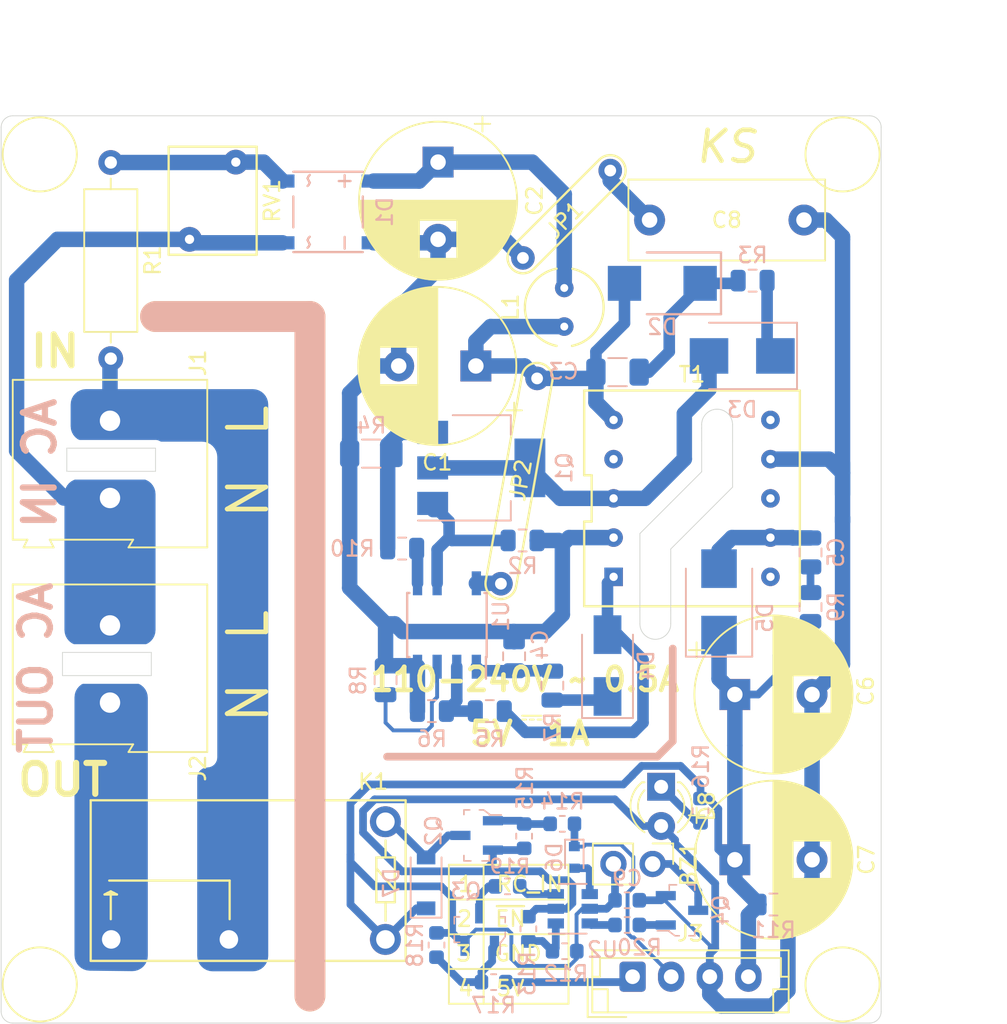
<source format=kicad_pcb>
(kicad_pcb (version 20171130) (host pcbnew "(5.1.5)-3")
  (layers (0 F.Cu signal) (31 B.Cu signal) (34 B.Paste user) (35 F.Paste user) (36 B.SilkS user) (37 F.SilkS user) (38 B.Mask user) (39 F.Mask user) (44 Edge.Cuts user))
  (net 0 "")
  (net 1 "Net-(C1-Pad1)")
  (net 2 Earth)
  (net 3 "Net-(C2-Pad1)")
  (net 4 "Net-(C4-Pad1)")
  (net 5 "Net-(C5-Pad2)")
  (net 6 "Net-(C5-Pad1)")
  (net 7 +5V)
  (net 8 GND)
  (net 9 N)
  (net 10 "Net-(D1-Pad4)")
  (net 11 "Net-(D3-Pad1)")
  (net 12 "Net-(D3-Pad2)")
  (net 13 "Net-(D4-Pad1)")
  (net 14 "Net-(D4-Pad2)")
  (net 15 "Net-(D6-Pad2)")
  (net 16 RC_IN)
  (net 17 "Net-(D7-Pad2)")
  (net 18 "Net-(D8-Pad1)")
  (net 19 L)
  (net 20 OUT)
  (net 21 ~EN)
  (net 22 "Net-(Q1-Pad3)")
  (net 23 "Net-(Q1-Pad1)")
  (net 24 "Net-(Q2-Pad1)")
  (net 25 "Net-(R5-Pad2)")
  (net 26 "Net-(R8-Pad1)")
  (net 27 "Net-(R10-Pad1)")
  (net 28 T_SEL)
  (net 29 "Net-(T1-Pad4)")
  (net 30 "Net-(Q3-Pad1)")
  (net 31 "Net-(R19-Pad2)")
  (net 32 "Net-(C3-Pad1)")
  (net 33 "Net-(C8-Pad2)")
  (net 34 "Net-(JP2-Pad1)")
  (net 35 "Net-(Q3-Pad3)")
  (net 36 "Net-(BZ1-Pad2)")
  (net 37 "Net-(Q4-Pad1)")
  (net 38 "Net-(R20-Pad1)")
  (module Sanketh:Jumper_THT_P14mm (layer F.Cu) (at 153.5 93.9 80)
    (fp_text reference JP2 (at 0.32149 0.095627 80) (layer F.SilkS))
    (fp_text value Jumper)
    (pad 2 thru_hole circle (at 7 0 80) (size 1.524 1.524) (drill 0.762) (layers *.Cu *.Mask) (net 1 "Net-(C1-Pad1)"))
    (pad 1 thru_hole circle (at -6.5 0 80) (size 1.524 1.524) (drill 0.762) (layers *.Cu *.Mask) (net 34 "Net-(JP2-Pad1)"))
  )
  (module MountingHole:MountingHole_2.2mm_M2 (layer F.Cu) (at 174.5 72.5)
    (fp_text reference REF** hide)
    (fp_text value MountingHole_2.2mm_M2)
    (pad 1 np_thru_hole circle (at 0 0) (size 2.2 2.2) (drill 2.2) (layers *.Cu *.Mask))
  )
  (module MountingHole:MountingHole_2.2mm_M2 (layer F.Cu) (at 174.5 126.25)
    (fp_text reference REF** hide)
    (fp_text value MountingHole_2.2mm_M2)
    (pad 1 np_thru_hole circle (at 0 0) (size 2.2 2.2) (drill 2.2) (layers *.Cu *.Mask))
  )
  (module MountingHole:MountingHole_2.2mm_M2 (layer F.Cu) (at 122.5 126.25)
    (fp_text reference REF** hide)
    (fp_text value MountingHole_2.2mm_M2)
    (pad 1 np_thru_hole circle (at 0 0) (size 2.2 2.2) (drill 2.2) (layers *.Cu *.Mask))
  )
  (module MountingHole:MountingHole_2.2mm_M2 (layer F.Cu) (at 122.5 72.5)
    (fp_text reference REF** hide)
    (fp_text value MountingHole_2.2mm_M2)
    (pad 1 np_thru_hole circle (at 0 0) (size 2.2 2.2) (drill 2.2) (layers *.Cu *.Mask))
  )
  (module Sanketh:7508110151 (layer F.Cu) (at 164.75 94.775)
    (fp_text reference T1 (at 0 -8.025) (layer F.SilkS))
    (fp_text value 7508110151)
    (pad 5 thru_hole circle (at -5.08 -5.08) (size 1.2 1.2) (drill 0.54) (layers *.Cu *.Mask) (net 1 "Net-(C1-Pad1)"))
    (pad 4 thru_hole circle (at -5.08 -2.54) (size 1.2 1.2) (drill 0.54) (layers *.Cu *.Mask) (net 29 "Net-(T1-Pad4)"))
    (pad 3 thru_hole circle (at -5.08 0) (size 1.2 1.2) (drill 0.54) (layers *.Cu *.Mask) (net 12 "Net-(D3-Pad2)"))
    (pad 2 thru_hole circle (at -5.08 2.54) (size 1.2 1.2) (drill 0.55) (layers *.Cu *.Mask) (net 2 Earth))
    (pad 1 thru_hole rect (at -5.08 5.08) (size 1.2 1.2) (drill 0.54) (layers *.Cu *.Mask) (net 14 "Net-(D4-Pad2)"))
    (pad 10 thru_hole circle (at 5.08 5.08) (size 1.2 1.2) (drill 0.54) (layers *.Cu *.Mask))
    (pad 9 thru_hole circle (at 5.08 2.54) (size 1.2 1.2) (drill 0.54) (layers *.Cu *.Mask) (net 5 "Net-(C5-Pad2)"))
    (pad 8 thru_hole circle (at 5.08 0) (size 1.2 1.2) (drill 0.54) (layers *.Cu *.Mask))
    (pad 7 thru_hole circle (at 5.08 -2.54) (size 1.2 1.2) (drill 0.54) (layers *.Cu *.Mask) (net 8 GND))
    (pad 6 thru_hole circle (at 5.08 -5.08) (size 1.2 1.2) (drill 0.54) (layers *.Cu *.Mask))
  )
  (module Sanketh:Jumper_THT_P5mm (layer F.Cu) (at 156.625 76.375 45)
    (fp_text reference JP1 (at -0.353553 0.176777 45) (layer F.SilkS))
    (fp_text value Jumper)
    (pad 1 thru_hole circle (at -4 0 45) (size 1.524 1.524) (drill 0.762) (layers *.Cu *.Mask) (net 2 Earth))
    (pad 2 thru_hole circle (at 4 0 45) (size 1.524 1.524) (drill 0.762) (layers *.Cu *.Mask) (net 33 "Net-(C8-Pad2)"))
  )
  (module Capacitor_THT:CP_Radial_D10.0mm_P5.00mm (layer F.Cu) (at 150.75 86.2 180)
    (fp_text reference C1 (at 2.5 -6.25) (layer F.SilkS))
    (fp_text value 4.7uF)
    (pad 2 thru_hole circle (at 5 0 180) (size 2 2) (drill 1) (layers *.Cu *.Mask) (net 2 Earth))
    (pad 1 thru_hole rect (at 0 0 180) (size 2 2) (drill 1) (layers *.Cu *.Mask) (net 1 "Net-(C1-Pad1)"))
  )
  (module Capacitor_THT:CP_Radial_D10.0mm_P5.00mm (layer F.Cu) (at 148.3 73 270)
    (fp_text reference C2 (at 2.5 -6.25 90) (layer F.SilkS))
    (fp_text value 4.7uF)
    (pad 1 thru_hole rect (at 0 0 270) (size 2 2) (drill 1) (layers *.Cu *.Mask) (net 3 "Net-(C2-Pad1)"))
    (pad 2 thru_hole circle (at 5 0 270) (size 2 2) (drill 1) (layers *.Cu *.Mask) (net 2 Earth))
  )
  (module Capacitor_SMD:C_1206_3216Metric (layer B.Cu) (at 159.925 86.6 180)
    (fp_text reference C3 (at 3.5 0.05) (layer B.SilkS) (effects (justify mirror)))
    (fp_text value "1nF 200V")
    (pad 2 smd roundrect (at 1.4 0 180) (size 1.25 1.75) (layers B.Cu B.Paste B.Mask) (roundrect_rratio 0.2) (net 1 "Net-(C1-Pad1)"))
    (pad 1 smd roundrect (at -1.4 0 180) (size 1.25 1.75) (layers B.Cu B.Paste B.Mask) (roundrect_rratio 0.2) (net 32 "Net-(C3-Pad1)"))
  )
  (module Capacitor_SMD:C_0805_2012Metric (layer B.Cu) (at 153.225 105 90)
    (fp_text reference C4 (at 0.75 1.675 90) (layer B.SilkS) (effects (justify mirror)))
    (fp_text value "4.7uF 25V")
    (pad 2 smd roundrect (at 0.9375 0 90) (size 0.975 1.4) (layers B.Cu B.Paste B.Mask) (net 2 Earth))
    (pad 1 smd roundrect (at -0.9375 0 90) (size 0.975 1.4) (layers B.Cu B.Paste B.Mask) (net 4 "Net-(C4-Pad1)"))
  )
  (module Capacitor_SMD:C_0805_2012Metric (layer B.Cu) (at 172.425 98.275 90)
    (fp_text reference C5 (at 0 1.65 90) (layer B.SilkS) (effects (justify mirror)))
    (fp_text value "1nF 50V")
    (pad 1 smd roundrect (at -0.9375 0 90) (size 0.975 1.4) (layers B.Cu B.Paste B.Mask) (net 6 "Net-(C5-Pad1)"))
    (pad 2 smd roundrect (at 0.9375 0 90) (size 0.975 1.4) (layers B.Cu B.Paste B.Mask) (net 5 "Net-(C5-Pad2)"))
  )
  (module Capacitor_THT:CP_Radial_D10.0mm_P5.00mm (layer F.Cu) (at 167.525 107.475)
    (fp_text reference C6 (at 8.475 -0.225 90) (layer F.SilkS))
    (fp_text value 680uF)
    (pad 2 thru_hole circle (at 5 0) (size 2 2) (drill 1) (layers *.Cu *.Mask) (net 8 GND))
    (pad 1 thru_hole rect (at 0 0) (size 2 2) (drill 1) (layers *.Cu *.Mask) (net 7 +5V))
  )
  (module Capacitor_THT:CP_Radial_D10.0mm_P5.00mm (layer F.Cu) (at 167.525 118.175)
    (fp_text reference C7 (at 8.525 0 90) (layer F.SilkS))
    (fp_text value 680uF)
    (pad 1 thru_hole rect (at 0 0) (size 2 2) (drill 1) (layers *.Cu *.Mask) (net 7 +5V))
    (pad 2 thru_hole circle (at 5 0) (size 2 2) (drill 1) (layers *.Cu *.Mask) (net 8 GND))
  )
  (module Capacitor_THT:C_Disc_D12.5mm_W5.0mm_P10.00mm (layer F.Cu) (at 172 76.75 180)
    (fp_text reference C8 (at 5 0) (layer F.SilkS))
    (fp_text value "2.2nF X1 Y1")
    (pad 2 thru_hole circle (at 10 0 180) (size 2 2) (drill 1) (layers *.Cu *.Mask) (net 33 "Net-(C8-Pad2)"))
    (pad 1 thru_hole circle (at 0 0 180) (size 2 2) (drill 1) (layers *.Cu *.Mask) (net 8 GND))
  )
  (module Sanketh:MDB8S (layer B.Cu) (at 141.175 76.225 270)
    (fp_text reference D1 (at 0 -3.675 90) (layer B.SilkS) (effects (justify mirror)))
    (fp_text value MDB6S)
    (fp_text user ~~ (at 2 1.3 90) (layer B.SilkS) (effects (font (size 1.5 1.5)) (justify mirror)))
    (fp_text user ~~ (at -2 1.3 90) (layer B.SilkS) (effects (font (size 1.5 1.5)) (justify mirror)))
    (fp_text user - (at 2 -1 90) (layer B.SilkS) (effects (justify mirror)))
    (fp_text user + (at -2 -1 90) (layer B.SilkS) (effects (justify mirror)))
    (pad 4 smd rect (at -2 2.95 270) (size 0.85 1.55) (layers B.Cu B.Paste B.Mask) (net 10 "Net-(D1-Pad4)"))
    (pad 3 smd rect (at 2 2.95 270) (size 0.85 1.55) (layers B.Cu B.Paste B.Mask) (net 9 N))
    (pad 2 smd rect (at 2 -2.95 270) (size 0.85 1.55) (layers B.Cu B.Paste B.Mask) (net 2 Earth))
    (pad 1 smd rect (at -2 -2.95 270) (size 0.85 1.55) (layers B.Cu B.Paste B.Mask) (net 3 "Net-(C2-Pad1)"))
  )
  (module "Sanketh:D_DO-214AA_(SMB_J-Bend)" (layer B.Cu) (at 162.825 80.85 180)
    (fp_text reference D2 (at 0 -2.825) (layer B.SilkS) (effects (justify mirror)))
    (fp_text value SMBJP6KE82A)
    (pad 2 smd rect (at 2.45 0 180) (size 2.16 2.26) (layers B.Cu B.Paste B.Mask) (net 1 "Net-(C1-Pad1)"))
    (pad 1 smd rect (at -2.45 0 180) (size 2.16 2.26) (layers B.Cu B.Paste B.Mask) (net 32 "Net-(C3-Pad1)"))
  )
  (module Diode_SMD:D_SMB (layer B.Cu) (at 168 85.55 180)
    (fp_text reference D3 (at 0 -3.475) (layer B.SilkS) (effects (justify mirror)))
    (fp_text value MURS160-13-F)
    (pad 2 smd rect (at 2.15 0 180) (size 2.5 2.3) (layers B.Cu B.Paste B.Mask) (net 12 "Net-(D3-Pad2)"))
    (pad 1 smd rect (at -2.15 0 180) (size 2.5 2.3) (layers B.Cu B.Paste B.Mask) (net 11 "Net-(D3-Pad1)"))
  )
  (module Diode_SMD:D_SMA (layer B.Cu) (at 159.275 105.6 90)
    (fp_text reference D4 (at 0 2.5 90) (layer B.SilkS) (effects (justify mirror)))
    (fp_text value RS1B-13-F)
    (pad 2 smd rect (at 2 0 90) (size 2.5 1.8) (layers B.Cu B.Paste B.Mask) (net 14 "Net-(D4-Pad2)"))
    (pad 1 smd rect (at -2 0 90) (size 2.5 1.8) (layers B.Cu B.Paste B.Mask) (net 13 "Net-(D4-Pad1)"))
  )
  (module Diode_SMD:D_SMB (layer B.Cu) (at 166.5 101.475 90)
    (fp_text reference D5 (at -1.025 2.975 90) (layer B.SilkS) (effects (justify mirror)))
    (fp_text value B340LB-13-F)
    (pad 1 smd rect (at -2.15 0 90) (size 2.5 2.3) (layers B.Cu B.Paste B.Mask) (net 7 +5V))
    (pad 2 smd rect (at 2.15 0 90) (size 2.5 2.3) (layers B.Cu B.Paste B.Mask) (net 5 "Net-(C5-Pad2)"))
  )
  (module Diode_SMD:D_SOD-523 (layer B.Cu) (at 157.125 118.025 270)
    (fp_text reference D6 (at 0 1.3 90) (layer B.SilkS) (effects (justify mirror)))
    (fp_text value RB520S30T5G)
    (pad 1 smd rect (at -0.7 0 90) (size 0.6 0.7) (layers B.Cu B.Paste B.Mask) (net 16 RC_IN))
    (pad 2 smd rect (at 0.7 0 90) (size 0.6 0.7) (layers B.Cu B.Paste B.Mask) (net 15 "Net-(D6-Pad2)"))
  )
  (module Diode_SMD:D_SOD-123 (layer B.Cu) (at 147.525 119.675 90)
    (fp_text reference D7 (at 0 -2.25 90) (layer B.SilkS) (effects (justify mirror)))
    (fp_text value 1N4148)
    (pad 2 smd rect (at 1.65 0 90) (size 0.9 1.2) (layers B.Cu B.Paste B.Mask) (net 17 "Net-(D7-Pad2)"))
    (pad 1 smd rect (at -1.65 0 90) (size 0.9 1.2) (layers B.Cu B.Paste B.Mask) (net 7 +5V))
  )
  (module LED_THT:LED_D3.0mm (layer F.Cu) (at 162.75 113.45 270)
    (fp_text reference D8 (at 1.27 -2.96 90) (layer F.SilkS))
    (fp_text value RED)
    (pad 2 thru_hole circle (at 2.54 0 270) (size 1.8 1.8) (drill 0.9) (layers *.Cu *.Mask) (net 8 GND))
    (pad 1 thru_hole rect (at 0 0 270) (size 1.8 1.8) (drill 0.9) (layers *.Cu *.Mask) (net 18 "Net-(D8-Pad1)"))
  )
  (module TerminalBlock:TerminalBlock_Altech_AK300-2_P5.00mm (layer F.Cu) (at 127.05 89.75 270)
    (fp_text reference J1 (at -3.75 -5.7 90) (layer F.SilkS))
    (fp_text value "AC IN")
    (pad 1 thru_hole rect (at 0 0 270) (size 1.98 3.96) (drill 1.32) (layers *.Cu *.Mask) (net 19 L))
    (pad 2 thru_hole oval (at 5 0 270) (size 1.98 3.96) (drill 1.32) (layers *.Cu *.Mask) (net 9 N))
  )
  (module TerminalBlock:TerminalBlock_Altech_AK300-2_P5.00mm (layer F.Cu) (at 127.05 103 270)
    (fp_text reference J2 (at 9.25 -5.7 90) (layer F.SilkS))
    (fp_text value "AC OUT")
    (pad 2 thru_hole oval (at 5 0 270) (size 1.98 3.96) (drill 1.32) (layers *.Cu *.Mask) (net 20 OUT))
    (pad 1 thru_hole rect (at 0 0 270) (size 1.98 3.96) (drill 1.32) (layers *.Cu *.Mask) (net 9 N))
  )
  (module Sanketh:L_Radial_D5.5mm_P2.5mm (layer F.Cu) (at 156.475 82.4 270)
    (fp_text reference L1 (at 0 3.475 90) (layer F.SilkS))
    (fp_text value "RLB0608-471KL 470uH")
    (pad 2 thru_hole circle (at 1.25 0 270) (size 1.2 1.2) (drill 0.51) (layers *.Cu *.Mask) (net 1 "Net-(C1-Pad1)"))
    (pad 1 thru_hole circle (at -1.25 0 270) (size 1.2 1.2) (drill 0.51) (layers *.Cu *.Mask) (net 3 "Net-(C2-Pad1)"))
  )
  (module Package_TO_SOT_SMD:SOT-223 (layer B.Cu) (at 151.1 92.8)
    (fp_text reference Q1 (at 5.375 0 90) (layer B.SilkS) (effects (justify mirror)))
    (fp_text value STN2580)
    (pad 1 smd rect (at -3.15 2.3) (size 2 1.5) (layers B.Cu B.Paste B.Mask) (net 23 "Net-(Q1-Pad1)"))
    (pad 3 smd rect (at -3.15 -2.3) (size 2 1.5) (layers B.Cu B.Paste B.Mask) (net 22 "Net-(Q1-Pad3)"))
    (pad 2 smd rect (at -3.15 0) (size 2 1.5) (layers B.Cu B.Paste B.Mask) (net 12 "Net-(D3-Pad2)"))
    (pad 4 smd rect (at 3.15 0) (size 2 3.8) (layers B.Cu B.Paste B.Mask))
  )
  (module digikey-footprints:SOT-23-3 (layer B.Cu) (at 150.8 116.6 180)
    (fp_text reference Q2 (at 2.8 0.3 90) (layer B.SilkS) (effects (justify mirror)))
    (fp_text value 2N7002)
    (pad 1 smd rect (at -1.05 0.95 180) (size 1.3 0.6) (layers B.Cu B.Paste B.Mask) (net 24 "Net-(Q2-Pad1)"))
    (pad 2 smd rect (at -1.05 -0.95 180) (size 1.3 0.6) (layers B.Cu B.Paste B.Mask) (net 8 GND))
    (pad 3 smd rect (at 1.05 0 180) (size 1.3 0.6) (layers B.Cu B.Paste B.Mask) (net 17 "Net-(D7-Pad2)"))
  )
  (module Resistor_THT:R_Axial_DIN0309_L9.0mm_D3.2mm_P12.70mm_Horizontal (layer F.Cu) (at 127.1 73.025 270)
    (fp_text reference R1 (at 6.35 -2.72 90) (layer F.SilkS))
    (fp_text value "10 1W")
    (pad 2 thru_hole oval (at 12.7 0 270) (size 1.6 1.6) (drill 0.8) (layers *.Cu *.Mask) (net 19 L))
    (pad 1 thru_hole circle (at 0 0 270) (size 1.6 1.6) (drill 0.8) (layers *.Cu *.Mask) (net 10 "Net-(D1-Pad4)"))
  )
  (module Resistor_SMD:R_0805_2012Metric (layer B.Cu) (at 153.775 97.5)
    (fp_text reference R2 (at 0 1.65) (layer B.SilkS) (effects (justify mirror)))
    (fp_text value 10K)
    (pad 2 smd roundrect (at 0.9375 0) (size 0.975 1.4) (layers B.Cu B.Paste B.Mask) (net 2 Earth))
    (pad 1 smd roundrect (at -0.9375 0) (size 0.975 1.4) (layers B.Cu B.Paste B.Mask) (net 23 "Net-(Q1-Pad1)"))
  )
  (module Resistor_SMD:R_0805_2012Metric (layer B.Cu) (at 168.675 80.675 180)
    (fp_text reference R3 (at 0 1.65) (layer B.SilkS) (effects (justify mirror)))
    (fp_text value 1.62K)
    (pad 1 smd roundrect (at -0.9375 0 180) (size 0.975 1.4) (layers B.Cu B.Paste B.Mask) (net 11 "Net-(D3-Pad1)"))
    (pad 2 smd roundrect (at 0.9375 0 180) (size 0.975 1.4) (layers B.Cu B.Paste B.Mask) (net 32 "Net-(C3-Pad1)"))
  )
  (module Resistor_SMD:R_1206_3216Metric (layer B.Cu) (at 143.975 91.875 180)
    (fp_text reference R4 (at 0 1.82) (layer B.SilkS) (effects (justify mirror)))
    (fp_text value 2.15)
    (pad 2 smd roundrect (at 1.4 0 180) (size 1.25 1.75) (layers B.Cu B.Paste B.Mask) (roundrect_rratio 0.2) (net 2 Earth))
    (pad 1 smd roundrect (at -1.4 0 180) (size 1.25 1.75) (layers B.Cu B.Paste B.Mask) (roundrect_rratio 0.2) (net 22 "Net-(Q1-Pad3)"))
  )
  (module Resistor_SMD:R_0805_2012Metric (layer B.Cu) (at 151.65 108.55 180)
    (fp_text reference R5 (at 0 -1.8) (layer B.SilkS) (effects (justify mirror)))
    (fp_text value 82.5K)
    (pad 1 smd roundrect (at -0.9375 0 180) (size 0.975 1.4) (layers B.Cu B.Paste B.Mask) (net 14 "Net-(D4-Pad2)"))
    (pad 2 smd roundrect (at 0.9375 0 180) (size 0.975 1.4) (layers B.Cu B.Paste B.Mask) (net 25 "Net-(R5-Pad2)"))
  )
  (module Resistor_SMD:R_0805_2012Metric (layer B.Cu) (at 147.9 108.55 180)
    (fp_text reference R6 (at 0 -1.8) (layer B.SilkS) (effects (justify mirror)))
    (fp_text value 27.4K)
    (pad 2 smd roundrect (at 0.9375 0 180) (size 0.975 1.4) (layers B.Cu B.Paste B.Mask) (net 2 Earth))
    (pad 1 smd roundrect (at -0.9375 0 180) (size 0.975 1.4) (layers B.Cu B.Paste B.Mask) (net 25 "Net-(R5-Pad2)"))
  )
  (module Resistor_SMD:R_0805_2012Metric (layer B.Cu) (at 155.7 106.9 90)
    (fp_text reference R7 (at -2.6875 0.025 90) (layer B.SilkS) (effects (justify mirror)))
    (fp_text value 22.5)
    (pad 1 smd roundrect (at -0.9375 0 90) (size 0.975 1.4) (layers B.Cu B.Paste B.Mask) (net 13 "Net-(D4-Pad1)"))
    (pad 2 smd roundrect (at 0.9375 0 90) (size 0.975 1.4) (layers B.Cu B.Paste B.Mask) (net 4 "Net-(C4-Pad1)"))
  )
  (module Resistor_SMD:R_0805_2012Metric (layer B.Cu) (at 144.9 106.55 90)
    (fp_text reference R8 (at 0 -1.775 90) (layer B.SilkS) (effects (justify mirror)))
    (fp_text value N.C)
    (pad 2 smd roundrect (at 0.9375 0 90) (size 0.975 1.4) (layers B.Cu B.Paste B.Mask) (net 2 Earth))
    (pad 1 smd roundrect (at -0.9375 0 90) (size 0.975 1.4) (layers B.Cu B.Paste B.Mask) (net 26 "Net-(R8-Pad1)"))
  )
  (module Resistor_SMD:R_0805_2012Metric (layer B.Cu) (at 172.425 101.8125 90)
    (fp_text reference R9 (at 0 1.65 90) (layer B.SilkS) (effects (justify mirror)))
    (fp_text value 39)
    (pad 1 smd roundrect (at -0.9375 0 90) (size 0.975 1.4) (layers B.Cu B.Paste B.Mask) (net 7 +5V))
    (pad 2 smd roundrect (at 0.9375 0 90) (size 0.975 1.4) (layers B.Cu B.Paste B.Mask) (net 6 "Net-(C5-Pad1)"))
  )
  (module Resistor_SMD:R_0805_2012Metric (layer B.Cu) (at 145.975 98.025 180)
    (fp_text reference R10 (at 3.225 0) (layer B.SilkS) (effects (justify mirror)))
    (fp_text value 1K)
    (pad 1 smd roundrect (at -0.9375 0 180) (size 0.975 1.4) (layers B.Cu B.Paste B.Mask) (net 27 "Net-(R10-Pad1)"))
    (pad 2 smd roundrect (at 0.9375 0 180) (size 0.975 1.4) (layers B.Cu B.Paste B.Mask) (net 22 "Net-(Q1-Pad3)"))
  )
  (module Resistor_SMD:R_0805_2012Metric (layer B.Cu) (at 170.025 121.075)
    (fp_text reference R11 (at 0 1.65) (layer B.SilkS) (effects (justify mirror)))
    (fp_text value 10K)
    (pad 2 smd roundrect (at 0.9375 0) (size 0.975 1.4) (layers B.Cu B.Paste B.Mask) (net 8 GND))
    (pad 1 smd roundrect (at -0.9375 0) (size 0.975 1.4) (layers B.Cu B.Paste B.Mask) (net 7 +5V))
  )
  (module Varistor:RV_Disc_D7mm_W5.7mm_P5mm (layer F.Cu) (at 132.2 78 90)
    (fp_text reference RV1 (at 2.5 5.35 90) (layer F.SilkS))
    (fp_text value V250LS4P)
    (pad 2 thru_hole circle (at 5 3 90) (size 1.6 1.6) (drill 0.6) (layers *.Cu *.Mask) (net 10 "Net-(D1-Pad4)"))
    (pad 1 thru_hole circle (at 0 0 90) (size 1.6 1.6) (drill 0.6) (layers *.Cu *.Mask) (net 9 N))
  )
  (module Package_SO:SOIC-8-N7_3.9x4.9mm_P1.27mm (layer B.Cu) (at 148.875 102.975 90)
    (fp_text reference U1 (at 0.575 3.5 90) (layer B.SilkS) (effects (justify mirror)))
    (fp_text value UCC28720)
    (pad 8 smd rect (at 2.7 1.905 90) (size 1.55 0.6) (layers B.Cu B.Paste B.Mask) (net 34 "Net-(JP2-Pad1)"))
    (pad 6 smd rect (at 2.7 -0.635 90) (size 1.55 0.6) (layers B.Cu B.Paste B.Mask) (net 23 "Net-(Q1-Pad1)"))
    (pad 5 smd rect (at 2.7 -1.905 90) (size 1.55 0.6) (layers B.Cu B.Paste B.Mask) (net 27 "Net-(R10-Pad1)"))
    (pad 4 smd rect (at -2.7 -1.905 90) (size 1.55 0.6) (layers B.Cu B.Paste B.Mask) (net 2 Earth))
    (pad 3 smd rect (at -2.7 -0.635 90) (size 1.55 0.6) (layers B.Cu B.Paste B.Mask) (net 26 "Net-(R8-Pad1)"))
    (pad 2 smd rect (at -2.7 0.635 90) (size 1.55 0.6) (layers B.Cu B.Paste B.Mask) (net 25 "Net-(R5-Pad2)"))
    (pad 1 smd rect (at -2.7 1.905 90) (size 1.55 0.6) (layers B.Cu B.Paste B.Mask) (net 4 "Net-(C4-Pad1)"))
  )
  (module Package_TO_SOT_SMD:SOT-23-6 (layer B.Cu) (at 157.025 121.35)
    (fp_text reference U2 (at 1.925 2.65 180) (layer B.SilkS) (effects (justify mirror)))
    (fp_text value ATtiny10-TS)
    (pad 5 smd rect (at 1.1 0) (size 1.06 0.65) (layers B.Cu B.Paste B.Mask) (net 7 +5V))
    (pad 6 smd rect (at 1.1 0.95) (size 1.06 0.65) (layers B.Cu B.Paste B.Mask) (net 38 "Net-(R20-Pad1)"))
    (pad 4 smd rect (at 1.1 -0.95) (size 1.06 0.65) (layers B.Cu B.Paste B.Mask) (net 15 "Net-(D6-Pad2)"))
    (pad 3 smd rect (at -1.1 -0.95) (size 1.06 0.65) (layers B.Cu B.Paste B.Mask) (net 31 "Net-(R19-Pad2)"))
    (pad 2 smd rect (at -1.1 0) (size 1.06 0.65) (layers B.Cu B.Paste B.Mask) (net 8 GND))
    (pad 1 smd rect (at -1.1 0.95) (size 1.06 0.65) (layers B.Cu B.Paste B.Mask) (net 28 T_SEL))
  )
  (module Sanketh:Relay-Panasonic-ALQ-Form-1A (layer F.Cu) (at 136 119.525 180)
    (fp_text reference K1 (at -8.1 6.4) (layer F.SilkS))
    (fp_text value "10A Relay")
    (pad 8 thru_hole circle (at 8.87 -3.81 180) (size 2 2) (drill 1.2) (layers *.Cu *.Mask) (net 20 OUT))
    (pad 14 thru_hole circle (at 1.25 -3.81 180) (size 2 2) (drill 1.2) (layers *.Cu *.Mask) (net 19 L))
    (pad 6 thru_hole circle (at -8.89 -3.81 180) (size 2 2) (drill 1.2) (layers *.Cu *.Mask) (net 7 +5V))
    (pad 2 thru_hole circle (at -8.89 3.81 180) (size 2 2) (drill 1.2) (layers *.Cu *.Mask) (net 17 "Net-(D7-Pad2)"))
  )
  (module Resistor_SMD:R_0603_1608Metric (layer B.Cu) (at 156.5 124.1)
    (fp_text reference R12 (at 0.075 1.45) (layer B.SilkS) (effects (justify mirror)))
    (fp_text value 10K)
    (pad 2 smd roundrect (at 0.7875 0) (size 0.875 0.95) (layers B.Cu B.Paste B.Mask) (net 7 +5V))
    (pad 1 smd roundrect (at -0.7875 0) (size 0.875 0.95) (layers B.Cu B.Paste B.Mask) (net 28 T_SEL))
  )
  (module Resistor_SMD:R_0603_1608Metric (layer B.Cu) (at 154.15 122.65 270)
    (fp_text reference R13 (at 2.9 0.075 90) (layer B.SilkS) (effects (justify mirror)))
    (fp_text value 10K)
    (pad 1 smd roundrect (at -0.7875 0 270) (size 0.875 0.95) (layers B.Cu B.Paste B.Mask) (net 8 GND))
    (pad 2 smd roundrect (at 0.7875 0 270) (size 0.875 0.95) (layers B.Cu B.Paste B.Mask) (net 28 T_SEL))
  )
  (module Resistor_SMD:R_0603_1608Metric (layer B.Cu) (at 156.35 115.85)
    (fp_text reference R14 (at 0 -1.45) (layer B.SilkS) (effects (justify mirror)))
    (fp_text value 1K)
    (pad 1 smd roundrect (at -0.7875 0) (size 0.875 0.95) (layers B.Cu B.Paste B.Mask) (net 24 "Net-(Q2-Pad1)"))
    (pad 2 smd roundrect (at 0.7875 0) (size 0.875 0.95) (layers B.Cu B.Paste B.Mask) (net 16 RC_IN))
  )
  (module Resistor_SMD:R_0603_1608Metric (layer B.Cu) (at 153.875 116.65 270)
    (fp_text reference R15 (at -3.125 -0.05 270) (layer B.SilkS) (effects (justify mirror)))
    (fp_text value 10K)
    (pad 2 smd roundrect (at 0.7875 0 270) (size 0.875 0.95) (layers B.Cu B.Paste B.Mask) (net 8 GND))
    (pad 1 smd roundrect (at -0.7875 0 270) (size 0.875 0.95) (layers B.Cu B.Paste B.Mask) (net 24 "Net-(Q2-Pad1)"))
  )
  (module Resistor_SMD:R_0603_1608Metric (layer B.Cu) (at 165.3 115 270)
    (fp_text reference R16 (at -2.875 -0.025 90) (layer B.SilkS) (effects (justify mirror)))
    (fp_text value 1K)
    (pad 2 smd roundrect (at 0.7875 0 270) (size 0.875 0.95) (layers B.Cu B.Paste B.Mask) (net 18 "Net-(D8-Pad1)"))
    (pad 1 smd roundrect (at -0.7875 0 270) (size 0.875 0.95) (layers B.Cu B.Paste B.Mask) (net 7 +5V))
  )
  (module Resistor_SMD:R_0603_1608Metric (layer B.Cu) (at 151.9 126.1)
    (fp_text reference R17 (at 0 1.5) (layer B.SilkS) (effects (justify mirror)))
    (fp_text value 1K)
    (pad 2 smd roundrect (at 0.7875 0) (size 0.875 0.95) (layers B.Cu B.Paste B.Mask) (net 21 ~EN))
    (pad 1 smd roundrect (at -0.7875 0) (size 0.875 0.95) (layers B.Cu B.Paste B.Mask) (net 30 "Net-(Q3-Pad1)"))
  )
  (module Resistor_SMD:R_0603_1608Metric (layer B.Cu) (at 148.2 123.7 270)
    (fp_text reference R18 (at 0 1.4 270) (layer B.SilkS) (effects (justify mirror)))
    (fp_text value 10K)
    (pad 1 smd roundrect (at -0.7875 0 270) (size 0.875 0.95) (layers B.Cu B.Paste B.Mask) (net 7 +5V))
    (pad 2 smd roundrect (at 0.7875 0 270) (size 0.875 0.95) (layers B.Cu B.Paste B.Mask) (net 30 "Net-(Q3-Pad1)"))
  )
  (module Resistor_SMD:R_0603_1608Metric (layer B.Cu) (at 152.8 119.9)
    (fp_text reference R19 (at 0.15 -1.3) (layer B.SilkS) (effects (font (size 0.9 0.9)) (justify mirror)))
    (fp_text value 1K)
    (pad 1 smd roundrect (at -0.7875 0) (size 0.875 0.95) (layers B.Cu B.Paste B.Mask) (net 35 "Net-(Q3-Pad3)"))
    (pad 2 smd roundrect (at 0.7875 0) (size 0.875 0.95) (layers B.Cu B.Paste B.Mask) (net 31 "Net-(R19-Pad2)"))
  )
  (module Connector_JST:JST_EH_B4B-EH-A_1x04_P2.50mm_Vertical (layer F.Cu) (at 160.9 125.75)
    (fp_text reference J3 (at 3.75 -2.8) (layer F.SilkS))
    (fp_text value Conn_01x04)
    (pad 4 thru_hole oval (at 7.5 0) (size 1.7 1.95) (drill 0.95) (layers *.Cu *.Mask) (net 7 +5V))
    (pad 3 thru_hole oval (at 5 0) (size 1.7 1.95) (drill 0.95) (layers *.Cu *.Mask) (net 8 GND))
    (pad 2 thru_hole oval (at 2.5 0) (size 1.7 1.95) (drill 0.95) (layers *.Cu *.Mask) (net 16 RC_IN))
    (pad 1 thru_hole roundrect (at 0 0) (size 1.7 1.95) (drill 0.95) (layers *.Cu *.Mask) (roundrect_rratio 0.147) (net 21 ~EN))
  )
  (module digikey-footprints:SOT-23-3 (layer B.Cu) (at 151 122.7 90)
    (fp_text reference Q3 (at 2.5 -0.9) (layer B.SilkS) (effects (justify mirror)))
    (fp_text value BSS84)
    (pad 3 smd rect (at 1.05 0 90) (size 1.3 0.6) (layers B.Cu B.Paste B.Mask) (net 35 "Net-(Q3-Pad3)"))
    (pad 2 smd rect (at -1.05 -0.95 90) (size 1.3 0.6) (layers B.Cu B.Paste B.Mask) (net 7 +5V))
    (pad 1 smd rect (at -1.05 0.95 90) (size 1.3 0.6) (layers B.Cu B.Paste B.Mask) (net 30 "Net-(Q3-Pad1)"))
  )
  (module Capacitor_SMD:C_0603_1608Metric (layer B.Cu) (at 160.55 120.8 180)
    (fp_text reference C9 (at 0 1.43) (layer B.SilkS) (effects (justify mirror)))
    (fp_text value 0.1uF)
    (pad 1 smd roundrect (at -0.7875 0 180) (size 0.875 0.95) (layers B.Cu B.Paste B.Mask) (net 8 GND))
    (pad 2 smd roundrect (at 0.7875 0 180) (size 0.875 0.95) (layers B.Cu B.Paste B.Mask) (net 7 +5V))
  )
  (module digikey-footprints:SOT-23-3 (layer B.Cu) (at 164.1 121.45)
    (fp_text reference Q4 (at 2.5 0 90) (layer B.SilkS) (effects (justify mirror)))
    (fp_text value Q_NPN_BEC)
    (pad 3 smd rect (at 1.05 0) (size 1.3 0.6) (layers B.Cu B.Paste B.Mask) (net 36 "Net-(BZ1-Pad2)"))
    (pad 2 smd rect (at -1.05 -0.95) (size 1.3 0.6) (layers B.Cu B.Paste B.Mask) (net 8 GND))
    (pad 1 smd rect (at -1.05 0.95) (size 1.3 0.6) (layers B.Cu B.Paste B.Mask) (net 37 "Net-(Q4-Pad1)"))
  )
  (module Resistor_SMD:R_0603_1608Metric (layer B.Cu) (at 160.55 122.4)
    (fp_text reference R20 (at 0.8 1.45) (layer B.SilkS) (effects (justify mirror)))
    (fp_text value 1K)
    (pad 1 smd roundrect (at -0.7875 0) (size 0.875 0.95) (layers B.Cu B.Paste B.Mask) (net 38 "Net-(R20-Pad1)"))
    (pad 2 smd roundrect (at 0.7875 0) (size 0.875 0.95) (layers B.Cu B.Paste B.Mask) (net 37 "Net-(Q4-Pad1)"))
  )
  (module Connector_PinHeader_2.54mm:PinHeader_1x02_P2.54mm_Vertical (layer F.Cu) (at 162.2 118.45 270)
    (fp_text reference BZ1 (at 0 -2.33 90) (layer F.SilkS))
    (fp_text value Buzzer)
    (pad 1 thru_hole circle (at 0 0 270) (size 1.7 1.7) (drill 1) (layers *.Cu *.Mask) (net 36 "Net-(BZ1-Pad2)"))
    (pad 2 thru_hole oval (at 0 2.54 270) (size 1.7 1.7) (drill 1) (layers *.Cu *.Mask) (net 7 +5V))
  )
  (gr_text KS (at 167 72) (layer F.SilkS) (effects (font (size 2 2) (thickness 0.3) italic)))
  (gr_line (start 162.5 111.5) (end 145 111.5) (layer B.SilkS) (width 0.5))
  (gr_line (start 163.5 110.5) (end 162.5 111.5) (layer B.SilkS) (width 0.5))
  (gr_line (start 163.5 104.5) (end 163.5 110.5) (layer B.SilkS) (width 0.5))
  (gr_line (start 151.25 118.5) (end 151.25 127.5) (layer F.SilkS) (width 0.12))
  (gr_line (start 149 127.5) (end 156.75 127.5) (layer F.SilkS) (width 0.12))
  (gr_line (start 149 125.25) (end 156.75 125.25) (layer F.SilkS) (width 0.12))
  (gr_line (start 149 123) (end 156.5 123) (layer F.SilkS) (width 0.12))
  (gr_line (start 149 120.75) (end 156.5 120.75) (layer F.SilkS) (width 0.12))
  (gr_text "4  5V" (at 151.75 126.5) (layer F.SilkS) (effects (font (size 1 1))))
  (gr_text "3  GND" (at 152.25 124.25) (layer F.SilkS) (effects (font (size 1 1))))
  (gr_text "2  ~EN" (at 151.75 122) (layer F.SilkS) (effects (font (size 1 1))))
  (gr_text "1  RC_IN" (at 153 119.75) (layer F.SilkS) (effects (font (size 1 1))))
  (gr_line (start 149 118.5) (end 149 119.25) (layer F.SilkS) (width 0.12))
  (gr_line (start 156.75 118.5) (end 149 118.5) (layer F.SilkS) (width 0.12))
  (gr_line (start 156.75 127.5) (end 156.75 118.5) (layer F.SilkS) (width 0.12))
  (gr_line (start 149 119.25) (end 149 127.5) (layer F.SilkS) (width 0.12))
  (gr_line (start 153.75 108.85) (end 155 108.85) (layer F.SilkS) (width 0.12))
  (gr_line (start 154.75 109.1) (end 155 109.1) (layer F.SilkS) (width 0.12))
  (gr_line (start 154.25 109.1) (end 154.5 109.1) (layer F.SilkS) (width 0.12))
  (gr_line (start 153.75 109.1) (end 154 109.1) (layer F.SilkS) (width 0.12))
  (gr_text "5V  1A" (at 154.25 110) (layer F.SilkS) (effects (font (size 1.5 1.5) (thickness 0.3))))
  (gr_text "110-240V ~~ 0.5A " (at 154.5 106.5) (layer F.SilkS) (effects (font (size 1.5 1.5) (thickness 0.3))))
  (gr_text "AC OUT" (at 122.25 105.75 90) (layer B.SilkS) (effects (font (size 2 2) (thickness 0.4)) (justify mirror)))
  (gr_text "AC IN" (at 122.5 92.5 90) (layer B.SilkS) (effects (font (size 2 2) (thickness 0.4)) (justify mirror)))
  (gr_text OUT (at 124 113) (layer F.SilkS) (effects (font (size 2 2) (thickness 0.4))))
  (gr_text IN (at 123.5 85.25) (layer F.SilkS) (effects (font (size 2 2) (thickness 0.4))))
  (gr_text N (at 136 108 90) (layer F.SilkS) (effects (font (size 2.5 2.5) (thickness 0.3))))
  (gr_text L (at 136 103 90) (layer F.SilkS) (effects (font (size 2.5 2.5) (thickness 0.3))))
  (gr_text N (at 136 94.75 90) (layer F.SilkS) (effects (font (size 2.5 2.5) (thickness 0.3))))
  (gr_text L (at 136 89.75 90) (layer F.SilkS) (effects (font (size 2.5 2.5) (thickness 0.3))))
  (gr_arc (start 120.75 70.75) (end 120.75 70) (angle -90) (layer Edge.Cuts) (width 0.05))
  (gr_arc (start 176.25 70.75) (end 177 70.75) (angle -90) (layer Edge.Cuts) (width 0.05))
  (gr_arc (start 176.25 128) (end 176.25 128.75) (angle -90) (layer Edge.Cuts) (width 0.05))
  (gr_arc (start 120.75 128) (end 120 128) (angle -90) (layer Edge.Cuts) (width 0.05))
  (gr_circle (center 122.5 126.25) (end 124.9 126.25) (layer F.SilkS) (width 0.12))
  (gr_circle (center 122.5 72.5) (end 124.9 72.5) (layer F.SilkS) (width 0.12))
  (gr_circle (center 174.5 72.5) (end 176.9 72.5) (layer F.SilkS) (width 0.12))
  (gr_circle (center 174.5 126.25) (end 176.9 126.25) (layer F.SilkS) (width 0.12))
  (gr_line (start 140 83) (end 140 127) (layer F.SilkS) (width 2))
  (gr_line (start 130 83) (end 140 83) (layer F.SilkS) (width 2))
  (gr_line (start 140 83) (end 130 83) (layer B.SilkS) (width 2))
  (gr_line (start 140 127) (end 140 83) (layer B.SilkS) (width 2))
  (gr_arc (start 166.375 90) (end 167.375 90) (angle -180) (layer Edge.Cuts) (width 0.05))
  (gr_line (start 167.375 91.05) (end 167.375 90) (layer Edge.Cuts) (width 0.05))
  (gr_line (start 165.375 90.225) (end 165.375 90) (layer Edge.Cuts) (width 0.05))
  (gr_line (start 165.375 91.05) (end 165.375 90.225) (layer Edge.Cuts) (width 0.05))
  (gr_line (start 123.975 104.75) (end 123.975 106.25) (layer Edge.Cuts) (width 0.05))
  (gr_line (start 129.725 106.25) (end 129.725 104.75) (layer Edge.Cuts) (width 0.05))
  (gr_line (start 129.725 104.75) (end 123.975 104.75) (layer Edge.Cuts) (width 0.05))
  (gr_line (start 123.975 106.25) (end 129.725 106.25) (layer Edge.Cuts) (width 0.05))
  (gr_line (start 130 91.525) (end 124.25 91.525) (layer Edge.Cuts) (width 0.05))
  (gr_line (start 130 93.025) (end 130 91.525) (layer Edge.Cuts) (width 0.05))
  (gr_line (start 124.25 93.025) (end 130 93.025) (layer Edge.Cuts) (width 0.05))
  (gr_line (start 124.25 91.525) (end 124.25 93.025) (layer Edge.Cuts) (width 0.05))
  (gr_arc (start 162.375 102.9) (end 161.375 102.9) (angle -181.8476103) (layer Edge.Cuts) (width 0.05))
  (gr_line (start 161.375 102.9) (end 161.375 102.05) (layer Edge.Cuts) (width 0.05))
  (gr_line (start 163.375 102.05) (end 163.37448 102.867759) (layer Edge.Cuts) (width 0.05))
  (gr_line (start 163.375 98.05) (end 163.375 102.05) (layer Edge.Cuts) (width 0.05))
  (gr_line (start 164.375 97.05) (end 163.375 98.05) (layer Edge.Cuts) (width 0.05))
  (gr_line (start 165.375 96.05) (end 164.375 97.05) (layer Edge.Cuts) (width 0.05))
  (gr_line (start 166.375 95.05) (end 165.375 96.05) (layer Edge.Cuts) (width 0.05))
  (gr_line (start 167.375 94.05) (end 166.375 95.05) (layer Edge.Cuts) (width 0.05))
  (gr_line (start 167.375 91.05) (end 167.375 94.05) (layer Edge.Cuts) (width 0.05))
  (gr_line (start 165.375 93.05) (end 165.375 91.05) (layer Edge.Cuts) (width 0.05))
  (gr_line (start 164.375 94.05) (end 165.375 93.05) (layer Edge.Cuts) (width 0.05))
  (gr_line (start 163.375 95.05) (end 164.375 94.05) (layer Edge.Cuts) (width 0.05))
  (gr_line (start 161.375 97.05) (end 163.375 95.05) (layer Edge.Cuts) (width 0.05))
  (gr_line (start 161.375 102.05) (end 161.375 97.05) (layer Edge.Cuts) (width 0.05))
  (gr_line (start 177 128) (end 177 70.75) (layer Edge.Cuts) (width 0.05))
  (gr_line (start 120.75 128.75) (end 176.25 128.75) (layer Edge.Cuts) (width 0.05))
  (gr_line (start 120.75 70) (end 176.25 70) (layer Edge.Cuts) (width 0.05))
  (gr_line (start 120 70.75) (end 120 128) (layer Edge.Cuts) (width 0.05))
  (segment (start 160.375 80.85) (end 160.375 83.425) (width 0.75) (layer B.Cu) (net 1))
  (segment (start 158.525 85.275) (end 158.525 86.6) (width 0.75) (layer B.Cu) (net 1))
  (segment (start 160.375 83.425) (end 158.525 85.275) (width 0.75) (layer B.Cu) (net 1))
  (segment (start 158.525 88.55) (end 159.67 89.695) (width 1) (layer B.Cu) (net 1))
  (segment (start 158.525 86.6) (end 158.525 88.55) (width 1) (layer B.Cu) (net 1))
  (segment (start 153.909191 86.2) (end 154.715537 87.006346) (width 1) (layer B.Cu) (net 1))
  (segment (start 150.75 86.2) (end 153.909191 86.2) (width 1) (layer B.Cu) (net 1))
  (segment (start 158.118654 87.006346) (end 158.525 86.6) (width 1) (layer B.Cu) (net 1))
  (segment (start 154.715537 87.006346) (end 158.118654 87.006346) (width 1) (layer B.Cu) (net 1))
  (segment (start 156.475 83.65) (end 151.7 83.65) (width 1) (layer B.Cu) (net 1))
  (segment (start 150.75 84.6) (end 150.75 86.2) (width 1) (layer B.Cu) (net 1))
  (segment (start 151.7 83.65) (end 150.75 84.6) (width 1) (layer B.Cu) (net 1))
  (segment (start 142.575 90.975) (end 142.575 100.575) (width 1) (layer B.Cu) (net 2))
  (segment (start 144.9 102.9) (end 144.9 105.6125) (width 1) (layer B.Cu) (net 2))
  (segment (start 142.575 100.575) (end 144.9 102.9) (width 1) (layer B.Cu) (net 2))
  (segment (start 146.9075 105.6125) (end 146.97 105.675) (width 1) (layer B.Cu) (net 2))
  (segment (start 144.9 105.6125) (end 146.9075 105.6125) (width 1) (layer B.Cu) (net 2))
  (segment (start 146.9625 105.6825) (end 146.97 105.675) (width 1) (layer B.Cu) (net 2))
  (segment (start 146.9625 108.55) (end 146.9625 105.6825) (width 1) (layer B.Cu) (net 2))
  (segment (start 148.075 78.225) (end 148.3 78) (width 1) (layer B.Cu) (net 2))
  (segment (start 144.125 78.225) (end 148.075 78.225) (width 1) (layer B.Cu) (net 2))
  (segment (start 152.593146 78) (end 153.796573 79.203427) (width 1) (layer B.Cu) (net 2))
  (segment (start 148.3 78) (end 152.593146 78) (width 1) (layer B.Cu) (net 2))
  (segment (start 144.9 102.9) (end 145.5 102.9) (width 1) (layer B.Cu) (net 2))
  (segment (start 145.5 102.9) (end 146 103.4) (width 1) (layer B.Cu) (net 2))
  (segment (start 146 103.4) (end 153.2 103.4) (width 1) (layer B.Cu) (net 2))
  (segment (start 153.225 103.425) (end 153.225 104.0625) (width 1) (layer B.Cu) (net 2))
  (segment (start 153.2 103.4) (end 153.225 103.425) (width 1) (layer B.Cu) (net 2))
  (segment (start 153.2 103.4) (end 155.25 103.4) (width 1) (layer B.Cu) (net 2))
  (segment (start 155.25 103.4) (end 156.35 102.3) (width 1) (layer B.Cu) (net 2))
  (segment (start 148.3 79.9) (end 148.3 78) (width 1) (layer B.Cu) (net 2))
  (segment (start 145.75 86.2) (end 145.75 82.45) (width 1) (layer B.Cu) (net 2))
  (segment (start 145.75 82.45) (end 148.3 79.9) (width 1) (layer B.Cu) (net 2))
  (segment (start 156.35 102.3) (end 156.35 97.75) (width 1) (layer B.Cu) (net 2))
  (segment (start 156.785 97.315) (end 159.67 97.315) (width 1) (layer B.Cu) (net 2))
  (segment (start 156.35 97.75) (end 156.785 97.315) (width 1) (layer B.Cu) (net 2))
  (segment (start 156.1 97.5) (end 156.35 97.75) (width 1) (layer B.Cu) (net 2))
  (segment (start 154.7125 97.5) (end 156.1 97.5) (width 1) (layer B.Cu) (net 2))
  (segment (start 144.335787 86.2) (end 142.575 87.960787) (width 1) (layer B.Cu) (net 2))
  (segment (start 145.75 86.2) (end 144.335787 86.2) (width 1) (layer B.Cu) (net 2))
  (segment (start 142.575 87.960787) (end 142.575 91.875) (width 1) (layer B.Cu) (net 2))
  (segment (start 147.075 74.225) (end 148.3 73) (width 1) (layer B.Cu) (net 3))
  (segment (start 144.125 74.225) (end 147.075 74.225) (width 1) (layer B.Cu) (net 3))
  (segment (start 148.3 73) (end 154.4 73) (width 1) (layer B.Cu) (net 3))
  (segment (start 156.475 75.075) (end 156.475 81.15) (width 1) (layer B.Cu) (net 3))
  (segment (start 154.4 73) (end 156.475 75.075) (width 1) (layer B.Cu) (net 3))
  (segment (start 151.0425 105.9375) (end 150.78 105.675) (width 0.75) (layer B.Cu) (net 4))
  (segment (start 153.225 105.9375) (end 151.0425 105.9375) (width 0.75) (layer B.Cu) (net 4))
  (segment (start 153.225 105.9375) (end 153.9625 105.9375) (width 0.75) (layer B.Cu) (net 4))
  (segment (start 155.675 105.9375) (end 155.7 105.9625) (width 0.75) (layer B.Cu) (net 4))
  (segment (start 153.225 105.9375) (end 155.675 105.9375) (width 0.75) (layer B.Cu) (net 4))
  (segment (start 166.5 99.325) (end 166.5 98.15) (width 1) (layer B.Cu) (net 5))
  (segment (start 167.335 97.315) (end 169.83 97.315) (width 1) (layer B.Cu) (net 5))
  (segment (start 166.5 98.15) (end 167.335 97.315) (width 1) (layer B.Cu) (net 5))
  (segment (start 169.83 97.315) (end 171.2525 97.315) (width 1) (layer B.Cu) (net 5))
  (segment (start 171.275 97.3375) (end 172.425 97.3375) (width 1) (layer B.Cu) (net 5))
  (segment (start 171.2525 97.315) (end 171.275 97.3375) (width 1) (layer B.Cu) (net 5))
  (segment (start 172.425 99.2125) (end 172.425 100.875) (width 0.5) (layer B.Cu) (net 6))
  (segment (start 167.525 107.475) (end 167.525 110.775) (width 1) (layer B.Cu) (net 7))
  (segment (start 167.625 111.775) (end 167.525 111.775) (width 0.5) (layer B.Cu) (net 7))
  (segment (start 167.525 110.775) (end 167.525 111.775) (width 1) (layer B.Cu) (net 7))
  (segment (start 167.525 119.5125) (end 169.0875 121.075) (width 1) (layer B.Cu) (net 7))
  (segment (start 167.525 118.175) (end 167.525 119.5125) (width 1) (layer B.Cu) (net 7))
  (segment (start 146.9 121.325) (end 144.89 123.335) (width 0.5) (layer B.Cu) (net 7))
  (segment (start 147.525 121.325) (end 146.9 121.325) (width 0.5) (layer B.Cu) (net 7))
  (segment (start 167.525 111.775) (end 167.525 118.175) (width 1) (layer B.Cu) (net 7))
  (segment (start 166.5 106.45) (end 167.525 107.475) (width 1) (layer B.Cu) (net 7))
  (segment (start 166.5 103.625) (end 166.5 106.45) (width 1) (layer B.Cu) (net 7))
  (segment (start 169.025 107.475) (end 170.225 106.275) (width 0.5) (layer B.Cu) (net 7))
  (segment (start 167.525 107.475) (end 169.025 107.475) (width 0.5) (layer B.Cu) (net 7))
  (segment (start 172.32499 102.85001) (end 172.425 102.85001) (width 0.5) (layer B.Cu) (net 7))
  (segment (start 170.225 106.275) (end 170.225 104.95) (width 0.5) (layer B.Cu) (net 7))
  (segment (start 170.225 104.95) (end 172.32499 102.85001) (width 0.5) (layer B.Cu) (net 7))
  (segment (start 167.3125 118.3875) (end 167.525 118.175) (width 0.5) (layer B.Cu) (net 7))
  (segment (start 142.625 121.07) (end 144.89 123.335) (width 0.5) (layer B.Cu) (net 7))
  (segment (start 167.525 118.175) (end 167.525 116.675) (width 0.5) (layer B.Cu) (net 7))
  (segment (start 167.525 118.175) (end 167.1875 118.175) (width 0.5) (layer B.Cu) (net 7))
  (segment (start 149.2125 122.9125) (end 150.05 123.75) (width 0.5) (layer B.Cu) (net 7))
  (segment (start 148.2 122.9125) (end 149.2125 122.9125) (width 0.5) (layer B.Cu) (net 7))
  (segment (start 142.625 117.825) (end 142.625 118.325) (width 0.5) (layer B.Cu) (net 7))
  (segment (start 142.625 117.825) (end 142.625 121.07) (width 0.5) (layer B.Cu) (net 7))
  (segment (start 142.625 118.325) (end 144.2 119.9) (width 0.5) (layer B.Cu) (net 7))
  (segment (start 144.2 119.9) (end 148.5 119.9) (width 0.5) (layer B.Cu) (net 7))
  (segment (start 149.2125 120.6125) (end 149.2125 122.9125) (width 0.5) (layer B.Cu) (net 7))
  (segment (start 148.5 119.9) (end 149.2125 120.6125) (width 0.5) (layer B.Cu) (net 7))
  (segment (start 168.4 121.7625) (end 169.0875 121.075) (width 1) (layer B.Cu) (net 7))
  (segment (start 168.4 125.75) (end 168.4 121.7625) (width 1) (layer B.Cu) (net 7))
  (segment (start 167.525 117.7375) (end 167.525 118.175) (width 0.5) (layer B.Cu) (net 7))
  (segment (start 150.05 123.4) (end 150.05 123.75) (width 0.25) (layer B.Cu) (net 7))
  (segment (start 150.75 122.7) (end 150.05 123.4) (width 0.25) (layer B.Cu) (net 7))
  (segment (start 152.8 122.7) (end 150.75 122.7) (width 0.25) (layer B.Cu) (net 7))
  (segment (start 153.05 122.95) (end 152.8 122.7) (width 0.25) (layer B.Cu) (net 7))
  (segment (start 157.2875 124.575) (end 156.8125 125.05) (width 0.25) (layer B.Cu) (net 7))
  (segment (start 153.5 125.05) (end 153.05 124.6) (width 0.25) (layer B.Cu) (net 7))
  (segment (start 157.2875 124.1) (end 157.2875 124.575) (width 0.25) (layer B.Cu) (net 7))
  (segment (start 156.8125 125.05) (end 153.5 125.05) (width 0.25) (layer B.Cu) (net 7))
  (segment (start 153.05 124.6) (end 153.05 122.95) (width 0.25) (layer B.Cu) (net 7))
  (segment (start 159.2125 121.35) (end 159.7625 120.8) (width 0.5) (layer B.Cu) (net 7))
  (segment (start 158.125 121.35) (end 159.2125 121.35) (width 0.5) (layer B.Cu) (net 7))
  (segment (start 157.2875 123.625) (end 157.2875 124.1) (width 0.25) (layer B.Cu) (net 7))
  (segment (start 157.269999 123.607499) (end 157.2875 123.625) (width 0.25) (layer B.Cu) (net 7))
  (segment (start 157.269999 121.714999) (end 157.269999 123.607499) (width 0.25) (layer B.Cu) (net 7))
  (segment (start 157.634998 121.35) (end 157.269999 121.714999) (width 0.25) (layer B.Cu) (net 7))
  (segment (start 158.125 121.35) (end 157.634998 121.35) (width 0.25) (layer B.Cu) (net 7))
  (segment (start 142.625 114.525) (end 142.625 117.825) (width 0.5) (layer B.Cu) (net 7))
  (segment (start 166.45 117.5) (end 167.125 118.175) (width 0.5) (layer B.Cu) (net 7))
  (segment (start 166.45 114.8875) (end 166.45 117.5) (width 0.5) (layer B.Cu) (net 7))
  (segment (start 167.125 118.175) (end 167.525 118.175) (width 0.5) (layer B.Cu) (net 7))
  (segment (start 165.775 114.2125) (end 166.45 114.8875) (width 0.5) (layer B.Cu) (net 7))
  (segment (start 165.3 114.2125) (end 165.775 114.2125) (width 0.5) (layer B.Cu) (net 7))
  (segment (start 161.489999 112.099999) (end 160.9 112.689998) (width 0.5) (layer B.Cu) (net 7))
  (segment (start 164.010001 112.099999) (end 161.489999 112.099999) (width 0.5) (layer B.Cu) (net 7))
  (segment (start 165.3 114.2125) (end 165.3 113.389998) (width 0.5) (layer B.Cu) (net 7))
  (segment (start 165.3 113.389998) (end 164.010001 112.099999) (width 0.5) (layer B.Cu) (net 7))
  (segment (start 160.9 112.689998) (end 160.9 112.7) (width 0.5) (layer B.Cu) (net 7))
  (segment (start 160.3 113.3) (end 143.85 113.3) (width 0.5) (layer B.Cu) (net 7))
  (segment (start 160.9 112.7) (end 160.3 113.3) (width 0.5) (layer B.Cu) (net 7))
  (segment (start 143.7 113.45) (end 143.85 113.3) (width 0.5) (layer B.Cu) (net 7))
  (segment (start 143.85 113.3) (end 142.625 114.525) (width 0.5) (layer B.Cu) (net 7))
  (segment (start 159.7625 118.5525) (end 159.66 118.45) (width 0.5) (layer B.Cu) (net 7))
  (segment (start 159.7625 120.8) (end 159.7625 118.5525) (width 0.5) (layer B.Cu) (net 7))
  (segment (start 172.525 119.5125) (end 170.9625 121.075) (width 1) (layer B.Cu) (net 8))
  (segment (start 172.525 118.175) (end 172.525 119.5125) (width 1) (layer B.Cu) (net 8))
  (segment (start 172.525 107.475) (end 172.525 118.175) (width 1) (layer B.Cu) (net 8))
  (segment (start 174.5 105.5) (end 172.525 107.475) (width 1) (layer B.Cu) (net 8))
  (segment (start 174.5 96) (end 174.5 105.5) (width 1) (layer B.Cu) (net 8))
  (segment (start 151.85 117.55) (end 153.7625 117.55) (width 0.5) (layer B.Cu) (net 8))
  (segment (start 154.6625 121.35) (end 154.15 121.8625) (width 0.5) (layer B.Cu) (net 8))
  (segment (start 155.925 121.35) (end 154.6625 121.35) (width 0.5) (layer B.Cu) (net 8))
  (segment (start 151.85 117.55) (end 151.625 117.55) (width 0.5) (layer B.Cu) (net 8))
  (segment (start 151.85 117.55) (end 151.85 118.35) (width 0.5) (layer B.Cu) (net 8))
  (segment (start 151.85 118.35) (end 151.274999 118.925001) (width 0.5) (layer B.Cu) (net 8))
  (segment (start 174.5 96.3) (end 174.5 96) (width 1) (layer B.Cu) (net 8))
  (segment (start 174.5 78) (end 174.5 94.525) (width 1) (layer B.Cu) (net 8))
  (segment (start 173.61 92.235) (end 174.5 93.125) (width 1) (layer B.Cu) (net 8))
  (segment (start 169.83 92.235) (end 173.61 92.235) (width 1) (layer B.Cu) (net 8))
  (segment (start 174.5 92.475) (end 174.5 93.125) (width 1) (layer B.Cu) (net 8))
  (segment (start 174.5 93.125) (end 174.5 96.3) (width 1) (layer B.Cu) (net 8))
  (segment (start 174.5 77.835787) (end 174.5 78) (width 1) (layer B.Cu) (net 8))
  (segment (start 173.414213 76.75) (end 174.5 77.835787) (width 1) (layer B.Cu) (net 8))
  (segment (start 172 76.75) (end 173.414213 76.75) (width 1) (layer B.Cu) (net 8))
  (segment (start 156.640002 121.35) (end 157 120.990002) (width 0.5) (layer B.Cu) (net 8))
  (segment (start 155.925 121.35) (end 156.640002 121.35) (width 0.5) (layer B.Cu) (net 8))
  (segment (start 166.65 127.65) (end 165.9 126.9) (width 1) (layer B.Cu) (net 8))
  (segment (start 169.95 127.65) (end 166.65 127.65) (width 1) (layer B.Cu) (net 8))
  (segment (start 165.9 126.9) (end 165.9 125.75) (width 1) (layer B.Cu) (net 8))
  (segment (start 170.9625 121.075) (end 170.9625 126.6375) (width 1) (layer B.Cu) (net 8))
  (segment (start 170.9625 126.6375) (end 169.95 127.65) (width 1) (layer B.Cu) (net 8))
  (segment (start 151.274999 118.925001) (end 154.925001 118.925001) (width 0.5) (layer B.Cu) (net 8))
  (segment (start 155.5 119.5) (end 156.690002 119.5) (width 0.5) (layer B.Cu) (net 8))
  (segment (start 154.925001 118.925001) (end 155.5 119.5) (width 0.5) (layer B.Cu) (net 8))
  (segment (start 156.690002 119.5) (end 157 119.809998) (width 0.5) (layer B.Cu) (net 8))
  (segment (start 157 120.990002) (end 157 119.809998) (width 0.5) (layer B.Cu) (net 8))
  (segment (start 145.953999 118.925001) (end 151.274999 118.925001) (width 0.5) (layer B.Cu) (net 8))
  (segment (start 162.75 115.99) (end 161.477208 115.99) (width 0.5) (layer B.Cu) (net 8))
  (segment (start 159.752207 114.264999) (end 144.193999 114.264999) (width 0.5) (layer B.Cu) (net 8))
  (segment (start 143.439999 116.411001) (end 145.953999 118.925001) (width 0.5) (layer B.Cu) (net 8))
  (segment (start 161.477208 115.99) (end 159.752207 114.264999) (width 0.5) (layer B.Cu) (net 8))
  (segment (start 143.439999 115.018999) (end 143.439999 116.411001) (width 0.5) (layer B.Cu) (net 8))
  (segment (start 144.193999 114.264999) (end 143.439999 115.018999) (width 0.5) (layer B.Cu) (net 8))
  (segment (start 162.75 120.8) (end 163.05 120.5) (width 0.5) (layer B.Cu) (net 8))
  (segment (start 161.3375 120.8) (end 162.75 120.8) (width 0.5) (layer B.Cu) (net 8))
  (segment (start 163.649999 116.889999) (end 162.75 115.99) (width 0.5) (layer B.Cu) (net 8))
  (segment (start 163.649999 117.110001) (end 163.649999 116.889999) (width 0.5) (layer B.Cu) (net 8))
  (segment (start 166.25 119.710002) (end 163.649999 117.110001) (width 0.5) (layer B.Cu) (net 8))
  (segment (start 166.25 123.925) (end 166.25 119.710002) (width 0.5) (layer B.Cu) (net 8))
  (segment (start 165.9 124.275) (end 166.25 123.925) (width 0.5) (layer B.Cu) (net 8))
  (segment (start 165.9 125.75) (end 165.9 124.275) (width 0.5) (layer B.Cu) (net 8))
  (segment (start 165.9 123.714998) (end 165.9 124.525) (width 0.25) (layer B.Cu) (net 8))
  (segment (start 163.05 120.864998) (end 165.9 123.714998) (width 0.25) (layer B.Cu) (net 8))
  (segment (start 165.9 124.525) (end 165.9 125.75) (width 0.25) (layer B.Cu) (net 8))
  (segment (start 163.05 120.5) (end 163.05 120.864998) (width 0.25) (layer B.Cu) (net 8))
  (segment (start 123.65 78) (end 132.2 78) (width 1) (layer B.Cu) (net 9))
  (segment (start 132.425 78.225) (end 132.2 78) (width 1) (layer B.Cu) (net 9))
  (segment (start 138.225 78.225) (end 132.425 78.225) (width 1) (layer B.Cu) (net 9))
  (segment (start 124.07 94.75) (end 121 91.68) (width 1) (layer B.Cu) (net 9))
  (segment (start 127.05 94.75) (end 124.07 94.75) (width 1) (layer B.Cu) (net 9))
  (segment (start 121 80.65) (end 123.65 78) (width 1) (layer B.Cu) (net 9))
  (segment (start 121 91.68) (end 121 80.65) (width 1) (layer B.Cu) (net 9))
  (segment (start 135.175 73.025) (end 135.2 73) (width 1) (layer B.Cu) (net 10))
  (segment (start 127.1 73.025) (end 135.175 73.025) (width 1) (layer B.Cu) (net 10))
  (segment (start 137 73) (end 138.225 74.225) (width 1) (layer B.Cu) (net 10))
  (segment (start 135.2 73) (end 137 73) (width 1) (layer B.Cu) (net 10))
  (segment (start 169.6125 85.0125) (end 170.15 85.55) (width 0.75) (layer B.Cu) (net 11))
  (segment (start 169.6125 80.675) (end 169.6125 85.0125) (width 0.75) (layer B.Cu) (net 11))
  (segment (start 159.67 94.775) (end 161.7 94.775) (width 1) (layer B.Cu) (net 12))
  (segment (start 161.7 94.775) (end 164.25 92.225) (width 1) (layer B.Cu) (net 12))
  (segment (start 165.85 87.7) (end 165.85 85.55) (width 1) (layer B.Cu) (net 12))
  (segment (start 164.25 89.3) (end 165.85 87.7) (width 1) (layer B.Cu) (net 12))
  (segment (start 164.25 92.225) (end 164.25 89.3) (width 1) (layer B.Cu) (net 12))
  (segment (start 147.95 92.8) (end 154.25 92.8) (width 1) (layer B.Cu) (net 12))
  (segment (start 156.225 94.775) (end 154.25 92.8) (width 1) (layer B.Cu) (net 12))
  (segment (start 159.67 94.775) (end 156.225 94.775) (width 1) (layer B.Cu) (net 12))
  (segment (start 159.0375 107.8375) (end 159.275 107.6) (width 0.75) (layer B.Cu) (net 13))
  (segment (start 155.7 107.8375) (end 159.0375 107.8375) (width 0.75) (layer B.Cu) (net 13))
  (segment (start 159.275 100.25) (end 159.67 99.855) (width 0.75) (layer B.Cu) (net 14))
  (segment (start 159.275 103.6) (end 159.275 100.25) (width 0.75) (layer B.Cu) (net 14))
  (segment (start 159.95 103.6) (end 159.275 103.6) (width 0.75) (layer B.Cu) (net 14))
  (segment (start 153.9625 109.925) (end 160.95 109.925) (width 0.75) (layer B.Cu) (net 14))
  (segment (start 152.5875 108.55) (end 153.9625 109.925) (width 0.75) (layer B.Cu) (net 14))
  (segment (start 160.95 109.925) (end 161.575 109.3) (width 0.75) (layer B.Cu) (net 14))
  (segment (start 161.575 109.3) (end 161.575 105.225) (width 0.75) (layer B.Cu) (net 14))
  (segment (start 161.575 105.225) (end 159.95 103.6) (width 0.75) (layer B.Cu) (net 14))
  (segment (start 157.975 118.725) (end 157.125 118.725) (width 0.5) (layer B.Cu) (net 15))
  (segment (start 158.125 118.875) (end 157.975 118.725) (width 0.5) (layer B.Cu) (net 15))
  (segment (start 158.125 120.4) (end 158.125 118.875) (width 0.5) (layer B.Cu) (net 15))
  (segment (start 157.1375 117.3125) (end 157.125 117.325) (width 0.5) (layer B.Cu) (net 16))
  (segment (start 157.1375 115.85) (end 157.1375 117.3125) (width 0.5) (layer B.Cu) (net 16))
  (segment (start 163.4 125.625) (end 163.4 125.75) (width 0.25) (layer B.Cu) (net 16))
  (segment (start 160.57499 120.318516) (end 160.95 119.943506) (width 0.25) (layer B.Cu) (net 16))
  (segment (start 160.57499 122.931464) (end 160.57499 120.318516) (width 0.25) (layer B.Cu) (net 16))
  (segment (start 160.843536 123.20001) (end 160.57499 122.931464) (width 0.25) (layer B.Cu) (net 16))
  (segment (start 163.4 125.625) (end 160.97501 123.20001) (width 0.25) (layer B.Cu) (net 16))
  (segment (start 160.97501 123.20001) (end 160.843536 123.20001) (width 0.25) (layer B.Cu) (net 16))
  (segment (start 160.95 118.000998) (end 160.149002 117.2) (width 0.25) (layer B.Cu) (net 16))
  (segment (start 160.95 119.943506) (end 160.95 118.000998) (width 0.25) (layer B.Cu) (net 16))
  (segment (start 157.725 117.325) (end 157.125 117.325) (width 0.25) (layer B.Cu) (net 16))
  (segment (start 157.85 117.2) (end 157.725 117.325) (width 0.25) (layer B.Cu) (net 16))
  (segment (start 160.149002 117.2) (end 157.85 117.2) (width 0.25) (layer B.Cu) (net 16))
  (segment (start 145.215 115.715) (end 147.525 118.025) (width 0.5) (layer B.Cu) (net 17))
  (segment (start 144.89 115.715) (end 145.215 115.715) (width 0.5) (layer B.Cu) (net 17))
  (segment (start 149.75 116.6) (end 148.95 116.6) (width 0.5) (layer B.Cu) (net 17))
  (segment (start 148.95 116.6) (end 147.525 118.025) (width 0.5) (layer B.Cu) (net 17))
  (segment (start 165.0875 115.7875) (end 162.75 113.45) (width 0.5) (layer B.Cu) (net 18))
  (segment (start 165.3 115.7875) (end 165.0875 115.7875) (width 0.5) (layer B.Cu) (net 18))
  (segment (start 127.05 85.775) (end 127.1 85.725) (width 1) (layer B.Cu) (net 19))
  (segment (start 127.05 89.75) (end 127.05 85.775) (width 1) (layer B.Cu) (net 19))
  (segment (start 160.55 126.1) (end 160.9 125.75) (width 0.5) (layer B.Cu) (net 21))
  (segment (start 152.6875 126.1) (end 160.55 126.1) (width 0.5) (layer B.Cu) (net 21))
  (segment (start 145.425 91.025) (end 145.375 90.975) (width 0.75) (layer B.Cu) (net 22))
  (segment (start 145.0375 91.3125) (end 145.375 90.975) (width 1) (layer B.Cu) (net 22))
  (segment (start 145.0375 98.025) (end 145.0375 91.3125) (width 1) (layer B.Cu) (net 22))
  (segment (start 145.85 90.5) (end 145.375 90.975) (width 1) (layer B.Cu) (net 22))
  (segment (start 147.95 90.5) (end 145.85 90.5) (width 1) (layer B.Cu) (net 22))
  (segment (start 148.38 95.625) (end 147.95 95.625) (width 0.75) (layer B.Cu) (net 23))
  (segment (start 149.015 96.26) (end 148.38 95.625) (width 0.75) (layer B.Cu) (net 23))
  (segment (start 149.2 97.5) (end 152.8375 97.5) (width 0.75) (layer B.Cu) (net 23))
  (segment (start 149.015 97.315) (end 149.2 97.5) (width 0.75) (layer B.Cu) (net 23))
  (segment (start 149.015 96.26) (end 149.015 97.315) (width 0.75) (layer B.Cu) (net 23))
  (segment (start 148.24 98.09) (end 149.015 97.315) (width 0.75) (layer B.Cu) (net 23))
  (segment (start 148.24 100.275) (end 148.24 98.09) (width 0.75) (layer B.Cu) (net 23))
  (segment (start 153.6625 115.65) (end 153.875 115.8625) (width 0.5) (layer B.Cu) (net 24))
  (segment (start 151.85 115.65) (end 153.6625 115.65) (width 0.5) (layer B.Cu) (net 24))
  (segment (start 155.55 115.8625) (end 155.5625 115.85) (width 0.5) (layer B.Cu) (net 24))
  (segment (start 153.875 115.8625) (end 155.55 115.8625) (width 0.5) (layer B.Cu) (net 24))
  (segment (start 149.51 107.8775) (end 149.51 105.675) (width 0.75) (layer B.Cu) (net 25))
  (segment (start 148.8375 108.55) (end 149.51 107.8775) (width 0.75) (layer B.Cu) (net 25))
  (segment (start 148.8375 108.55) (end 150.7125 108.55) (width 0.75) (layer B.Cu) (net 25))
  (segment (start 148.24 107.64315) (end 147.9 107.98315) (width 0.25) (layer B.Cu) (net 26))
  (segment (start 148.24 105.675) (end 148.24 107.64315) (width 0.25) (layer B.Cu) (net 26))
  (segment (start 147.9 107.98315) (end 147.9 109.5) (width 0.25) (layer B.Cu) (net 26))
  (segment (start 147.9 109.5) (end 147.6 109.8) (width 0.25) (layer B.Cu) (net 26))
  (segment (start 147.6 109.8) (end 145.4 109.8) (width 0.25) (layer B.Cu) (net 26))
  (segment (start 144.9 109.3) (end 144.9 107.4875) (width 0.25) (layer B.Cu) (net 26))
  (segment (start 145.4 109.8) (end 144.9 109.3) (width 0.25) (layer B.Cu) (net 26))
  (segment (start 146.97 98.0825) (end 146.9125 98.025) (width 0.75) (layer B.Cu) (net 27))
  (segment (start 146.97 100.275) (end 146.97 98.0825) (width 0.75) (layer B.Cu) (net 27))
  (segment (start 155.925 123.8875) (end 155.875 123.9375) (width 0.5) (layer B.Cu) (net 28))
  (segment (start 155.875 122.35) (end 155.925 122.3) (width 0.5) (layer B.Cu) (net 28))
  (segment (start 155.925 123.8875) (end 155.7125 124.1) (width 0.5) (layer B.Cu) (net 28))
  (segment (start 155.925 122.3) (end 155.925 123.8875) (width 0.5) (layer B.Cu) (net 28))
  (segment (start 155.05 123.4375) (end 155.7125 124.1) (width 0.5) (layer B.Cu) (net 28))
  (segment (start 154.15 123.4375) (end 155.05 123.4375) (width 0.5) (layer B.Cu) (net 28))
  (segment (start 148.2 124.4875) (end 149.8125 126.1) (width 0.5) (layer B.Cu) (net 30))
  (segment (start 151.1125 126.1) (end 151.1125 125.4375) (width 0.5) (layer B.Cu) (net 30))
  (segment (start 151.1125 125.4375) (end 151.8 124.75) (width 0.5) (layer B.Cu) (net 30))
  (segment (start 151.8 123.9) (end 151.95 123.75) (width 0.5) (layer B.Cu) (net 30))
  (segment (start 151.8 124.75) (end 151.8 123.9) (width 0.5) (layer B.Cu) (net 30))
  (segment (start 149.8125 126.1) (end 151.1125 126.1) (width 0.5) (layer B.Cu) (net 30))
  (segment (start 154.0875 120.4) (end 155.925 120.4) (width 0.5) (layer B.Cu) (net 31))
  (segment (start 153.5875 119.9) (end 154.0875 120.4) (width 0.5) (layer B.Cu) (net 31))
  (segment (start 165.275 81.05) (end 165.275 80.85) (width 0.75) (layer B.Cu) (net 32))
  (segment (start 163.275 85.275) (end 163.275 83.05) (width 0.75) (layer B.Cu) (net 32))
  (segment (start 163.275 83.05) (end 165.275 81.05) (width 0.75) (layer B.Cu) (net 32))
  (segment (start 161.325 86.6) (end 161.95 86.6) (width 0.75) (layer B.Cu) (net 32))
  (segment (start 161.95 86.6) (end 163.275 85.275) (width 0.75) (layer B.Cu) (net 32))
  (segment (start 167.5625 80.85) (end 167.7375 80.675) (width 0.75) (layer B.Cu) (net 32))
  (segment (start 165.275 80.85) (end 167.5625 80.85) (width 0.75) (layer B.Cu) (net 32))
  (segment (start 159.453427 74.203427) (end 162 76.75) (width 1) (layer B.Cu) (net 33))
  (segment (start 159.453427 73.546573) (end 159.453427 74.203427) (width 1) (layer B.Cu) (net 33))
  (segment (start 152.365809 100.275) (end 152.384463 100.293654) (width 1) (layer B.Cu) (net 34))
  (segment (start 150.78 100.275) (end 152.365809 100.275) (width 1) (layer B.Cu) (net 34))
  (segment (start 151.575 119.9) (end 151 120.475) (width 0.5) (layer B.Cu) (net 35))
  (segment (start 152.0125 119.9) (end 151.575 119.9) (width 0.5) (layer B.Cu) (net 35))
  (segment (start 151 120.475) (end 151 121.65) (width 0.5) (layer B.Cu) (net 35))
  (segment (start 165.15 120.65) (end 165.15 121.45) (width 0.5) (layer B.Cu) (net 36))
  (segment (start 165.15 120.197919) (end 165.15 120.65) (width 0.5) (layer B.Cu) (net 36))
  (segment (start 163.402081 118.45) (end 165.15 120.197919) (width 0.5) (layer B.Cu) (net 36))
  (segment (start 162.2 118.45) (end 163.402081 118.45) (width 0.5) (layer B.Cu) (net 36))
  (segment (start 161.3375 122.4) (end 163.05 122.4) (width 0.5) (layer B.Cu) (net 37))
  (segment (start 158.225 122.4) (end 158.125 122.3) (width 0.5) (layer B.Cu) (net 38))
  (segment (start 159.7625 122.4) (end 158.225 122.4) (width 0.5) (layer B.Cu) (net 38))
  (zone (net 9) (net_name N) (layer B.Cu) (connect_pads yes (clearance 0.508)) (min_thickness 0.254) (fill yes (arc_segments 32) (thermal_gap 0.508) (thermal_bridge_width 0.508) (smoothing fillet) (radius 1))
    (polygon (pts (xy 130 104.3) (xy 124.1 104.3) (xy 124.1 93.5) (xy 130 93.5)))
  )
  (zone (net 20) (net_name OUT) (layer B.Cu) (connect_pads yes (clearance 0.508)) (min_thickness 0.254) (fill yes (arc_segments 32) (thermal_gap 0.508) (thermal_bridge_width 0.508) (smoothing fillet) (radius 1))
    (polygon (pts (xy 129.5 125.4) (xy 124.75 125.35) (xy 124.75 106.65) (xy 129.5 106.7)))
  )
  (zone (net 19) (net_name L) (layer B.Cu) (connect_pads yes (clearance 0.508)) (min_thickness 0.254) (fill yes (arc_segments 32) (thermal_gap 0.508) (thermal_bridge_width 0.508) (smoothing fillet) (radius 1))
    (polygon (pts (xy 137.3 125.4) (xy 132.7 125.4) (xy 132.7 112.2) (xy 134 112.2) (xy 134 91.1) (xy 124.5 91.1) (xy 124.5 87.7) (xy 137.3 87.7)))
  )
)
</source>
